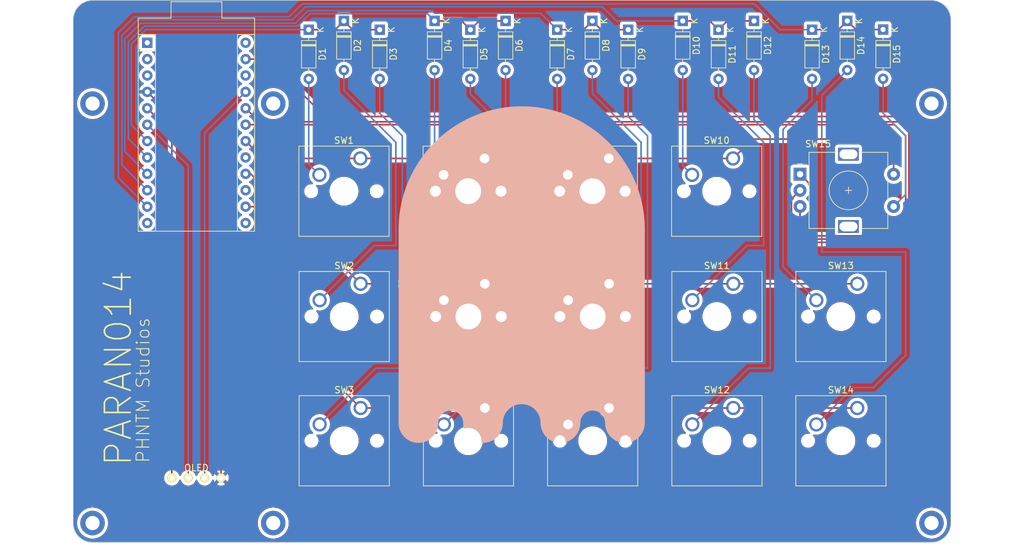
<source format=kicad_pcb>
(kicad_pcb (version 20221018) (generator pcbnew)
  (layers (0 "F.Cu" signal) (31 "B.Cu" signal) (34 "B.Paste" user) (35 "F.Paste" user) (36 "B.SilkS" user "B.Silkscreen") (37 "F.SilkS" user "F.Silkscreen") (38 "B.Mask" user) (39 "F.Mask" user) (44 "Edge.Cuts" user))
  (net 0 "")
  (net 1 "col1")
  (net 2 "Net-(D1-Pad2)")
  (net 3 "Net-(D2-Pad2)")
  (net 4 "Net-(D3-Pad2)")
  (net 5 "col2")
  (net 6 "Net-(D4-Pad2)")
  (net 7 "Net-(D5-Pad2)")
  (net 8 "Net-(D6-Pad2)")
  (net 9 "col3")
  (net 10 "Net-(D7-Pad2)")
  (net 11 "Net-(D8-Pad2)")
  (net 12 "Net-(D9-Pad2)")
  (net 13 "col4")
  (net 14 "Net-(D10-Pad2)")
  (net 15 "Net-(D11-Pad2)")
  (net 16 "Net-(D12-Pad2)")
  (net 17 "col5")
  (net 18 "Net-(D13-Pad2)")
  (net 19 "Net-(D14-Pad2)")
  (net 20 "row1")
  (net 21 "row2")
  (net 22 "Net-(SW15-PadA)")
  (net 23 "Net-(SW15-PadB)")
  (net 24 "Net-(SW15-PadC)")
  (net 30 "GND")
  (net 31 "SDA")
  (net 34 "SCL")
  (net 35 "5V")
  (net 36 "Net-(D15-Pad2)")
  (net 38 "row3")
  (footprint "Diode_THT:D_DO-35_SOD27_P7.62mm_Horizontal" (layer "F.Cu") (at 196.947885 83.19 -90)
    (fp_text reference "D14" (at 3.81 -2.12 90) (layer "F.SilkS"))
    (fp_text value "1N4148")
    (fp_text user "K" (at 0 -1.8 90) (layer "F.SilkS"))
    (pad "1" thru_hole rect (at 0 0 270) (size 1.6 1.6) (drill 0.8) (layers "*.Cu" "*.Mask") (net 17 "col5"))
    (pad "2" thru_hole oval (at 7.62 0 270) (size 1.6 1.6) (drill 0.8) (layers "*.Cu" "*.Mask") (net 19 "Net-(D14-Pad2)"))
  )
  (footprint "Button_Switch_Keyboard:SW_Cherry_MX_1.00u_PCB" (layer "F.Cu") (at 160.04 143.17)
    (fp_text reference "SW9" (at -2.54 -2.794) (layer "F.SilkS"))
    (fp_text value "SW_Push")
    (pad "" np_thru_hole circle (at -7.62 5.08) (size 1.7 1.7) (drill 1.7) (layers "*.Cu" "*.Mask"))
    (pad "" np_thru_hole circle (at -2.54 5.08) (size 4 4) (drill 4) (layers "*.Cu" "*.Mask"))
    (pad "" np_thru_hole circle (at 2.54 5.08) (size 1.7 1.7) (drill 1.7) (layers "*.Cu" "*.Mask"))
    (pad "1" thru_hole circle (at 0 0) (size 2.2 2.2) (drill 1.5) (layers "*.Cu" "*.Mask") (net 38 "row3"))
    (pad "2" thru_hole circle (at -6.35 2.54) (size 2.2 2.2) (drill 1.5) (layers "*.Cu" "*.Mask") (net 12 "Net-(D9-Pad2)"))
  )
  (footprint "Button_Switch_Keyboard:SW_Cherry_MX_1.00u_PCB" (layer "F.Cu") (at 140.79 123.92)
    (fp_text reference "SW5" (at -2.54 -2.794) (layer "F.SilkS"))
    (fp_text value "SW_Push")
    (pad "" np_thru_hole circle (at -7.62 5.08) (size 1.7 1.7) (drill 1.7) (layers "*.Cu" "*.Mask"))
    (pad "" np_thru_hole circle (at -2.54 5.08) (size 4 4) (drill 4) (layers "*.Cu" "*.Mask"))
    (pad "" np_thru_hole circle (at 2.54 5.08) (size 1.7 1.7) (drill 1.7) (layers "*.Cu" "*.Mask"))
    (pad "1" thru_hole circle (at 0 0) (size 2.2 2.2) (drill 1.5) (layers "*.Cu" "*.Mask") (net 21 "row2"))
    (pad "2" thru_hole circle (at -6.35 2.54) (size 2.2 2.2) (drill 1.5) (layers "*.Cu" "*.Mask") (net 7 "Net-(D5-Pad2)"))
  )
  (footprint "MountingHole:MountingHole_2.2mm_M2_DIN965_Pad" (layer "F.Cu") (at 80 161)
    (fp_text reference "REF**" hide)
    (fp_text value "MountingHole_2.2mm_M2_DIN965_Pad")
    (pad "1" thru_hole circle (at 0 0) (size 3.8 3.8) (drill 2.2) (layers "*.Cu" "*.Mask"))
  )
  (footprint "Diode_THT:D_DO-35_SOD27_P7.62mm_Horizontal" (layer "F.Cu") (at 118.952115 83.19 -90)
    (fp_text reference "D2" (at 3.81 -2.12 90) (layer "F.SilkS"))
    (fp_text value "1N4148")
    (fp_text user "K" (at 0 -1.8 90) (layer "F.SilkS"))
    (pad "1" thru_hole rect (at 0 0 270) (size 1.6 1.6) (drill 0.8) (layers "*.Cu" "*.Mask") (net 1 "col1"))
    (pad "2" thru_hole oval (at 7.62 0 270) (size 1.6 1.6) (drill 0.8) (layers "*.Cu" "*.Mask") (net 3 "Net-(D2-Pad2)"))
  )
  (footprint "Diode_THT:D_DO-35_SOD27_P7.62mm_Horizontal" (layer "F.Cu") (at 124.5 84.547949 -90)
    (fp_text reference "D3" (at 3.81 -2.12 90) (layer "F.SilkS"))
    (fp_text value "1N4148")
    (fp_text user "K" (at 0 -1.8 90) (layer "F.SilkS"))
    (pad "1" thru_hole rect (at 0 0 270) (size 1.6 1.6) (drill 0.8) (layers "*.Cu" "*.Mask") (net 1 "col1"))
    (pad "2" thru_hole oval (at 7.62 0 270) (size 1.6 1.6) (drill 0.8) (layers "*.Cu" "*.Mask") (net 4 "Net-(D3-Pad2)"))
  )
  (footprint "Diode_THT:D_DO-35_SOD27_P7.62mm_Horizontal" (layer "F.Cu") (at 144 83.19 -90)
    (fp_text reference "D6" (at 3.81 -2.12 90) (layer "F.SilkS"))
    (fp_text value "1N4148")
    (fp_text user "K" (at 0 -1.8 90) (layer "F.SilkS"))
    (pad "1" thru_hole rect (at 0 0 270) (size 1.6 1.6) (drill 0.8) (layers "*.Cu" "*.Mask") (net 5 "col2"))
    (pad "2" thru_hole oval (at 7.62 0 270) (size 1.6 1.6) (drill 0.8) (layers "*.Cu" "*.Mask") (net 8 "Net-(D6-Pad2)"))
  )
  (footprint "MountingHole:MountingHole_2.2mm_M2_DIN965_Pad" (layer "F.Cu") (at 108 96)
    (fp_text reference "REF**" hide)
    (fp_text value "MountingHole_2.2mm_M2_DIN965_Pad")
    (pad "1" thru_hole circle (at 0 0) (size 3.8 3.8) (drill 2.2) (layers "*.Cu" "*.Mask"))
  )
  (footprint "Button_Switch_Keyboard:SW_Cherry_MX_1.00u_PCB" (layer "F.Cu") (at 121.54 143.17)
    (fp_text reference "SW3" (at -2.54 -2.794) (layer "F.SilkS"))
    (fp_text value "SW_Push")
    (pad "" np_thru_hole circle (at -7.62 5.08) (size 1.7 1.7) (drill 1.7) (layers "*.Cu" "*.Mask"))
    (pad "" np_thru_hole circle (at -2.54 5.08) (size 4 4) (drill 4) (layers "*.Cu" "*.Mask"))
    (pad "" np_thru_hole circle (at 2.54 5.08) (size 1.7 1.7) (drill 1.7) (layers "*.Cu" "*.Mask"))
    (pad "1" thru_hole circle (at 0 0) (size 2.2 2.2) (drill 1.5) (layers "*.Cu" "*.Mask") (net 38 "row3"))
    (pad "2" thru_hole circle (at -6.35 2.54) (size 2.2 2.2) (drill 1.5) (layers "*.Cu" "*.Mask") (net 4 "Net-(D3-Pad2)"))
  )
  (footprint "Diode_THT:D_DO-35_SOD27_P7.62mm_Horizontal" (layer "F.Cu") (at 138.547885 84.547949 -90)
    (fp_text reference "D5" (at 3.81 -2.12 90) (layer "F.SilkS"))
    (fp_text value "1N4148")
    (fp_text user "K" (at 0 -1.8 90) (layer "F.SilkS"))
    (pad "1" thru_hole rect (at 0 0 270) (size 1.6 1.6) (drill 0.8) (layers "*.Cu" "*.Mask") (net 5 "col2"))
    (pad "2" thru_hole oval (at 7.62 0 270) (size 1.6 1.6) (drill 0.8) (layers "*.Cu" "*.Mask") (net 7 "Net-(D5-Pad2)"))
  )
  (footprint "Diode_THT:D_DO-35_SOD27_P7.62mm_Horizontal" (layer "F.Cu") (at 157.452115 83.19 -90)
    (fp_text reference "D8" (at 3.81 -2.12 90) (layer "F.SilkS"))
    (fp_text value "1N4148")
    (fp_text user "K" (at 0 -1.8 90) (layer "F.SilkS"))
    (pad "1" thru_hole rect (at 0 0 270) (size 1.6 1.6) (drill 0.8) (layers "*.Cu" "*.Mask") (net 9 "col3"))
    (pad "2" thru_hole oval (at 7.62 0 270) (size 1.6 1.6) (drill 0.8) (layers "*.Cu" "*.Mask") (net 11 "Net-(D8-Pad2)"))
  )
  (footprint "MountingHole:MountingHole_2.2mm_M2_DIN965_Pad" (layer "F.Cu") (at 80 96)
    (fp_text reference "REF**" hide)
    (fp_text value "MountingHole_2.2mm_M2_DIN965_Pad")
    (pad "1" thru_hole circle (at 0 0) (size 3.8 3.8) (drill 2.2) (layers "*.Cu" "*.Mask"))
  )
  (footprint "Diode_THT:D_DO-35_SOD27_P7.62mm_Horizontal" (layer "F.Cu") (at 202.5 84.527949 -90)
    (fp_text reference "D15" (at 3.81 -2.12 90) (layer "F.SilkS"))
    (fp_text value "1N4148")
    (fp_text user "K" (at 0 -1.8 90) (layer "F.SilkS"))
    (pad "1" thru_hole rect (at 0 0 270) (size 1.6 1.6) (drill 0.8) (layers "*.Cu" "*.Mask") (net 17 "col5"))
    (pad "2" thru_hole oval (at 7.62 0 270) (size 1.6 1.6) (drill 0.8) (layers "*.Cu" "*.Mask") (net 36 "Net-(D15-Pad2)"))
  )
  (footprint "Button_Switch_Keyboard:SW_Cherry_MX_1.00u_PCB" (layer "F.Cu") (at 121.5 104.5)
    (fp_text reference "SW1" (at -2.54 -2.794) (layer "F.SilkS"))
    (fp_text value "SW_Push")
    (pad "" np_thru_hole circle (at -7.62 5.08) (size 1.7 1.7) (drill 1.7) (layers "*.Cu" "*.Mask"))
    (pad "" np_thru_hole circle (at -2.54 5.08) (size 4 4) (drill 4) (layers "*.Cu" "*.Mask"))
    (pad "" np_thru_hole circle (at 2.54 5.08) (size 1.7 1.7) (drill 1.7) (layers "*.Cu" "*.Mask"))
    (pad "1" thru_hole circle (at 0 0) (size 2.2 2.2) (drill 1.5) (layers "*.Cu" "*.Mask") (net 20 "row1"))
    (pad "2" thru_hole circle (at -6.35 2.54) (size 2.2 2.2) (drill 1.5) (layers "*.Cu" "*.Mask") (net 2 "Net-(D1-Pad2)"))
  )
  (footprint "Button_Switch_Keyboard:SW_Cherry_MX_1.00u_PCB" (layer "F.Cu") (at 160 104.5)
    (fp_text reference "SW7" (at -2.54 -2.794) (layer "F.SilkS"))
    (fp_text value "SW_Push")
    (pad "" np_thru_hole circle (at -7.62 5.08) (size 1.7 1.7) (drill 1.7) (layers "*.Cu" "*.Mask"))
    (pad "" np_thru_hole circle (at -2.54 5.08) (size 4 4) (drill 4) (layers "*.Cu" "*.Mask"))
    (pad "" np_thru_hole circle (at 2.54 5.08) (size 1.7 1.7) (drill 1.7) (layers "*.Cu" "*.Mask"))
    (pad "1" thru_hole circle (at 0 0) (size 2.2 2.2) (drill 1.5) (layers "*.Cu" "*.Mask") (net 20 "row1"))
    (pad "2" thru_hole circle (at -6.35 2.54) (size 2.2 2.2) (drill 1.5) (layers "*.Cu" "*.Mask") (net 10 "Net-(D7-Pad2)"))
  )
  (footprint "Button_Switch_Keyboard:SW_Cherry_MX_1.00u_PCB" (layer "F.Cu") (at 198.5 123.92)
    (fp_text reference "SW13" (at -2.54 -2.794) (layer "F.SilkS"))
    (fp_text value "SW_Push")
    (pad "" np_thru_hole circle (at -7.62 5.08) (size 1.7 1.7) (drill 1.7) (layers "*.Cu" "*.Mask"))
    (pad "" np_thru_hole circle (at -2.54 5.08) (size 4 4) (drill 4) (layers "*.Cu" "*.Mask"))
    (pad "" np_thru_hole circle (at 2.54 5.08) (size 1.7 1.7) (drill 1.7) (layers "*.Cu" "*.Mask"))
    (pad "1" thru_hole circle (at 0 0) (size 2.2 2.2) (drill 1.5) (layers "*.Cu" "*.Mask") (net 21 "row2"))
    (pad "2" thru_hole circle (at -6.35 2.54) (size 2.2 2.2) (drill 1.5) (layers "*.Cu" "*.Mask") (net 18 "Net-(D13-Pad2)"))
  )
  (footprint "Diode_THT:D_DO-35_SOD27_P7.62mm_Horizontal" (layer "F.Cu") (at 191.49577 84.547949 -90)
    (fp_text reference "D13" (at 3.81 -2.12 90) (layer "F.SilkS"))
    (fp_text value "1N4148")
    (fp_text user "K" (at 0 -1.8 90) (layer "F.SilkS"))
    (pad "1" thru_hole rect (at 0 0 270) (size 1.6 1.6) (drill 0.8) (layers "*.Cu" "*.Mask") (net 17 "col5"))
    (pad "2" thru_hole oval (at 7.62 0 270) (size 1.6 1.6) (drill 0.8) (layers "*.Cu" "*.Mask") (net 18 "Net-(D13-Pad2)"))
  )
  (footprint "Button_Switch_Keyboard:SW_Cherry_MX_1.00u_PCB" (layer "F.Cu") (at 140.75 104.5)
    (fp_text reference "SW4" (at -2.54 -2.794) (layer "F.SilkS"))
    (fp_text value "SW_Push")
    (pad "" np_thru_hole circle (at -7.62 5.08) (size 1.7 1.7) (drill 1.7) (layers "*.Cu" "*.Mask"))
    (pad "" np_thru_hole circle (at -2.54 5.08) (size 4 4) (drill 4) (layers "*.Cu" "*.Mask"))
    (pad "" np_thru_hole circle (at 2.54 5.08) (size 1.7 1.7) (drill 1.7) (layers "*.Cu" "*.Mask"))
    (pad "1" thru_hole circle (at 0 0) (size 2.2 2.2) (drill 1.5) (layers "*.Cu" "*.Mask") (net 20 "row1"))
    (pad "2" thru_hole circle (at -6.35 2.54) (size 2.2 2.2) (drill 1.5) (layers "*.Cu" "*.Mask") (net 6 "Net-(D4-Pad2)"))
  )
  (footprint "Diode_THT:D_DO-35_SOD27_P7.62mm_Horizontal" (layer "F.Cu") (at 177 84.547949 -90)
    (fp_text reference "D11" (at 3.81 -2.12 90) (layer "F.SilkS"))
    (fp_text value "1N4148")
    (fp_text user "K" (at 0 -1.8 90) (layer "F.SilkS"))
    (pad "1" thru_hole rect (at 0 0 270) (size 1.6 1.6) (drill 0.8) (layers "*.Cu" "*.Mask") (net 13 "col4"))
    (pad "2" thru_hole oval (at 7.62 0 270) (size 1.6 1.6) (drill 0.8) (layers "*.Cu" "*.Mask") (net 15 "Net-(D11-Pad2)"))
  )
  (footprint "Diode_THT:D_DO-35_SOD27_P7.62mm_Horizontal" (layer "F.Cu") (at 171.452115 83.19 -90)
    (fp_text reference "D10" (at 3.81 -2.12 90) (layer "F.SilkS"))
    (fp_text value "1N4148")
    (fp_text user "K" (at 0 -1.8 90) (layer "F.SilkS"))
    (pad "1" thru_hole rect (at 0 0 270) (size 1.6 1.6) (drill 0.8) (layers "*.Cu" "*.Mask") (net 13 "col4"))
    (pad "2" thru_hole oval (at 7.62 0 270) (size 1.6 1.6) (drill 0.8) (layers "*.Cu" "*.Mask") (net 14 "Net-(D10-Pad2)"))
  )
  (footprint "Diode_THT:D_DO-35_SOD27_P7.62mm_Horizontal" (layer "F.Cu") (at 152 84.547949 -90)
    (fp_text reference "D7" (at 3.81 -2.12 90) (layer "F.SilkS"))
    (fp_text value "1N4148")
    (fp_text user "K" (at 0 -1.8 90) (layer "F.SilkS"))
    (pad "1" thru_hole rect (at 0 0 270) (size 1.6 1.6) (drill 0.8) (layers "*.Cu" "*.Mask") (net 9 "col3"))
    (pad "2" thru_hole oval (at 7.62 0 270) (size 1.6 1.6) (drill 0.8) (layers "*.Cu" "*.Mask") (net 10 "Net-(D7-Pad2)"))
  )
  (footprint "Diode_THT:D_DO-35_SOD27_P7.62mm_Horizontal" (layer "F.Cu") (at 113.5 84.547949 -90)
    (fp_text reference "D1" (at 3.81 -2.12 90) (layer "F.SilkS"))
    (fp_text value "1N4148")
    (fp_text user "K" (at 0 -1.8 90) (layer "F.SilkS"))
    (pad "1" thru_hole rect (at 0 0 270) (size 1.6 1.6) (drill 0.8) (layers "*.Cu" "*.Mask") (net 1 "col1"))
    (pad "2" thru_hole oval (at 7.62 0 270) (size 1.6 1.6) (drill 0.8) (layers "*.Cu" "*.Mask") (net 2 "Net-(D1-Pad2)"))
  )
  (footprint "MountingHole:MountingHole_2.2mm_M2_DIN965_Pad" (layer "F.Cu") (at 108 161)
    (fp_text reference "REF**" hide)
    (fp_text value "MountingHole_2.2mm_M2_DIN965_Pad")
    (pad "1" thru_hole circle (at 0 0) (size 3.8 3.8) (drill 2.2) (layers "*.Cu" "*.Mask"))
  )
  (footprint "Diode_THT:D_DO-35_SOD27_P7.62mm_Horizontal" (layer "F.Cu") (at 133 83.19 -90)
    (fp_text reference "D4" (at 3.81 -2.12 90) (layer "F.SilkS"))
    (fp_text value "1N4148")
    (fp_text user "K" (at 0 -1.8 90) (layer "F.SilkS"))
    (pad "1" thru_hole rect (at 0 0 270) (size 1.6 1.6) (drill 0.8) (layers "*.Cu" "*.Mask") (net 5 "col2"))
    (pad "2" thru_hole oval (at 7.62 0 270) (size 1.6 1.6) (drill 0.8) (layers "*.Cu" "*.Mask") (net 6 "Net-(D4-Pad2)"))
  )
  (footprint "Diode_THT:D_DO-35_SOD27_P7.62mm_Horizontal" (layer "F.Cu") (at 182.5 83.19 -90)
    (fp_text reference "D12" (at 3.81 -2.12 90) (layer "F.SilkS"))
    (fp_text value "1N4148")
    (fp_text user "K" (at 0 -1.8 90) (layer "F.SilkS"))
    (pad "1" thru_hole rect (at 0 0 270) (size 1.6 1.6) (drill 0.8) (layers "*.Cu" "*.Mask") (net 13 "col4"))
    (pad "2" thru_hole oval (at 7.62 0 270) (size 1.6 1.6) (drill 0.8) (layers "*.Cu" "*.Mask") (net 16 "Net-(D12-Pad2)"))
  )
  (footprint "Button_Switch_Keyboard:SW_Cherry_MX_1.00u_PCB" (layer "F.Cu") (at 179.29 123.92)
    (fp_text reference "SW11" (at -2.54 -2.794) (layer "F.SilkS"))
    (fp_text value "SW_Push")
    (pad "" np_thru_hole circle (at -7.62 5.08) (size 1.7 1.7) (drill 1.7) (layers "*.Cu" "*.Mask"))
    (pad "" np_thru_hole circle (at -2.54 5.08) (size 4 4) (drill 4) (layers "*.Cu" "*.Mask"))
    (pad "" np_thru_hole circle (at 2.54 5.08) (size 1.7 1.7) (drill 1.7) (layers "*.Cu" "*.Mask"))
    (pad "1" thru_hole circle (at 0 0) (size 2.2 2.2) (drill 1.5) (layers "*.Cu" "*.Mask") (net 21 "row2"))
    (pad "2" thru_hole circle (at -6.35 2.54) (size 2.2 2.2) (drill 1.5) (layers "*.Cu" "*.Mask") (net 15 "Net-(D11-Pad2)"))
  )
  (footprint "Button_Switch_Keyboard:SW_Cherry_MX_1.00u_PCB" (layer "F.Cu") (at 179.25 104.5)
    (fp_text reference "SW10" (at -2.54 -2.794) (layer "F.SilkS"))
    (fp_text value "SW_Push")
    (pad "" np_thru_hole circle (at -7.62 5.08) (size 1.7 1.7) (drill 1.7) (layers "*.Cu" "*.Mask"))
    (pad "" np_thru_hole circle (at -2.54 5.08) (size 4 4) (drill 4) (layers "*.Cu" "*.Mask"))
    (pad "" np_thru_hole circle (at 2.54 5.08) (size 1.7 1.7) (drill 1.7) (layers "*.Cu" "*.Mask"))
    (pad "1" thru_hole circle (at 0 0) (size 2.2 2.2) (drill 1.5) (layers "*.Cu" "*.Mask") (net 20 "row1"))
    (pad "2" thru_hole circle (at -6.35 2.54) (size 2.2 2.2) (drill 1.5) (layers "*.Cu" "*.Mask") (net 14 "Net-(D10-Pad2)"))
  )
  (footprint "Button_Switch_Keyboard:SW_Cherry_MX_1.00u_PCB" (layer "F.Cu") (at 198.5 143.175)
    (fp_text reference "SW14" (at -2.54 -2.794) (layer "F.SilkS"))
    (fp_text value "SW_Push")
    (pad "" np_thru_hole circle (at -7.62 5.08) (size 1.7 1.7) (drill 1.7) (layers "*.Cu" "*.Mask"))
    (pad "" np_thru_hole circle (at -2.54 5.08) (size 4 4) (drill 4) (layers "*.Cu" "*.Mask"))
    (pad "" np_thru_hole circle (at 2.54 5.08) (size 1.7 1.7) (drill 1.7) (layers "*.Cu" "*.Mask"))
    (pad "1" thru_hole circle (at 0 0) (size 2.2 2.2) (drill 1.5) (layers "*.Cu" "*.Mask") (net 38 "row3"))
    (pad "2" thru_hole circle (at -6.35 2.54) (size 2.2 2.2) (drill 1.5) (layers "*.Cu" "*.Mask") (net 19 "Net-(D14-Pad2)"))
  )
  (footprint "Rotary_Encoder:RotaryEncoder_Alps_EC11E-Switch_Vertical_H20mm" (layer "F.Cu") (at 189.63 106.95)
    (fp_text reference "SW15" (at 2.8 -4.7) (layer "F.SilkS"))
    (fp_text value "RotaryEncoder_Switch")
    (pad "A" thru_hole rect (at 0 0) (size 2 2) (drill 1) (layers "*.Cu" "*.Mask") (net 22 "Net-(SW15-PadA)"))
    (pad "B" thru_hole circle (at 0 5) (size 2 2) (drill 1) (layers "*.Cu" "*.Mask") (net 23 "Net-(SW15-PadB)"))
    (pad "C" thru_hole circle (at 0 2.5) (size 2 2) (drill 1) (layers "*.Cu" "*.Mask") (net 24 "Net-(SW15-PadC)"))
    (pad "MP" thru_hole rect (at 7.5 -3.1) (size 3.2 2) (drill oval 2.8 1.5) (layers "*.Cu" "*.Mask"))
    (pad "MP" thru_hole rect (at 7.5 8.1) (size 3.2 2) (drill oval 2.8 1.5) (layers "*.Cu" "*.Mask"))
    (pad "S1" thru_hole circle (at 14.5 5) (size 2 2) (drill 1) (layers "*.Cu" "*.Mask") (net 36 "Net-(D15-Pad2)"))
    (pad "S2" thru_hole circle (at 14.5 0) (size 2 2) (drill 1) (layers "*.Cu" "*.Mask") (net 20 "row1"))
  )
  (footprint "Button_Switch_Keyboard:SW_Cherry_MX_1.00u_PCB" (layer "F.Cu") (at 179.29 143.17)
    (fp_text reference "SW12" (at -2.54 -2.794) (layer "F.SilkS"))
    (fp_text value "SW_Push")
    (pad "" np_thru_hole circle (at -7.62 5.08) (size 1.7 1.7) (drill 1.7) (layers "*.Cu" "*.Mask"))
    (pad "" np_thru_hole circle (at -2.54 5.08) (size 4 4) (drill 4) (layers "*.Cu" "*.Mask"))
    (pad "" np_thru_hole circle (at 2.54 5.08) (size 1.7 1.7) (drill 1.7) (layers "*.Cu" "*.Mask"))
    (pad "1" thru_hole circle (at 0 0) (size 2.2 2.2) (drill 1.5) (layers "*.Cu" "*.Mask") (net 38 "row3"))
    (pad "2" thru_hole circle (at -6.35 2.54) (size 2.2 2.2) (drill 1.5) (layers "*.Cu" "*.Mask") (net 16 "Net-(D12-Pad2)"))
  )
  (footprint "Diode_THT:D_DO-35_SOD27_P7.62mm_Horizontal" (layer "F.Cu") (at 163 84.547949 -90)
    (fp_text reference "D9" (at 3.81 -2.12 90) (layer "F.SilkS"))
    (fp_text value "1N4148")
    (fp_text user "K" (at 0 -1.8 90) (layer "F.SilkS"))
    (pad "1" thru_hole rect (at 0 0 270) (size 1.6 1.6) (drill 0.8) (layers "*.Cu" "*.Mask") (net 9 "col3"))
    (pad "2" thru_hole oval (at 7.62 0 270) (size 1.6 1.6) (drill 0.8) (layers "*.Cu" "*.Mask") (net 12 "Net-(D9-Pad2)"))
  )
  (footprint "arduino:Sparkfun_Pro_Micro" (layer "F.Cu") (at 103.72 114.51 180)
    (fp_text reference "U1" hide)
    (fp_text value "Sparkfun_Pro_Micro")
    (pad "1" thru_hole rect (at 15.24 27.94 180) (size 1.6 1.6) (drill 0.8) (layers "*.Cu" "*.Mask"))
    (pad "2" thru_hole oval (at 15.24 25.4 180) (size 1.6 1.6) (drill 0.8) (layers "*.Cu" "*.Mask"))
    (pad "3" thru_hole oval (at 15.24 22.86 180) (size 1.6 1.6) (drill 0.8) (layers "*.Cu" "*.Mask"))
    (pad "4" thru_hole oval (at 15.24 20.32 180) (size 1.6 1.6) (drill 0.8) (layers "*.Cu" "*.Mask") (net 30 "GND"))
    (pad "5" thru_hole oval (at 15.24 17.78 180) (size 1.6 1.6) (drill 0.8) (layers "*.Cu" "*.Mask") (net 31 "SDA"))
    (pad "6" thru_hole oval (at 15.24 15.24 180) (size 1.6 1.6) (drill 0.8) (layers "*.Cu" "*.Mask") (net 34 "SCL"))
    (pad "7" thru_hole oval (at 15.24 12.7 180) (size 1.6 1.6) (drill 0.8) (layers "*.Cu" "*.Mask") (net 1 "col1"))
    (pad "8" thru_hole oval (at 15.24 10.16 180) (size 1.6 1.6) (drill 0.8) (layers "*.Cu" "*.Mask") (net 5 "col2"))
    (pad "9" thru_hole oval (at 15.24 7.62 180) (size 1.6 1.6) (drill 0.8) (layers "*.Cu" "*.Mask") (net 9 "col3"))
    (pad "10" thru_hole oval (at 15.24 5.08 180) (size 1.6 1.6) (drill 0.8) (layers "*.Cu" "*.Mask") (net 13 "col4"))
    (pad "11" thru_hole oval (at 15.24 2.54 180) (size 1.6 1.6) (drill 0.8) (layers "*.Cu" "*.Mask") (net 17 "col5"))
    (pad "12" thru_hole oval (at 15.24 0 180) (size 1.6 1.6) (drill 0.8) (layers "*.Cu" "*.Mask"))
    (pad "13" thru_hole oval (at 0 0 180) (size 1.6 1.6) (drill 0.8) (layers "*.Cu" "*.Mask"))
    (pad "14" thru_hole oval (at 0 2.54 180) (size 1.6 1.6) (drill 0.8) (layers "*.Cu" "*.Mask") (net 38 "row3"))
    (pad "15" thru_hole oval (at 0 5.08 180) (size 1.6 1.6) (drill 0.8) (layers "*.Cu" "*.Mask"))
    (pad "16" thru_hole oval (at 0 7.62 180) (size 1.6 1.6) (drill 0.8) (layers "*.Cu" "*.Mask") (net 21 "row2"))
    (pad "17" thru_hole oval (at 0 10.16 180) (size 1.6 1.6) (drill 0.8) (layers "*.Cu" "*.Mask"))
    (pad "18" thru_hole oval (at 0 12.7 180) (size 1.6 1.6) (drill 0.8) (layers "*.Cu" "*.Mask") (net 20 "row1"))
    (pad "19" thru_hole oval (at 0 15.24 180) (size 1.6 1.6) (drill 0.8) (layers "*.Cu" "*.Mask") (net 22 "Net-(SW15-PadA)"))
    (pad "20" thru_hole oval (at 0 17.78 180) (size 1.6 1.6) (drill 0.8) (layers "*.Cu" "*.Mask") (net 23 "Net-(SW15-PadB)"))
    (pad "21" thru_hole oval (at 0 20.32 180) (size 1.6 1.6) (drill 0.8) (layers "*.Cu" "*.Mask") (net 35 "5V"))
    (pad "22" thru_hole oval (at 0 22.86 180) (size 1.6 1.6) (drill 0.8) (layers "*.Cu" "*.Mask"))
    (pad "23" thru_hole oval (at 0 25.4 180) (size 1.6 1.6) (drill 0.8) (layers "*.Cu" "*.Mask") (net 24 "Net-(SW15-PadC)"))
    (pad "24" thru_hole oval (at 0 27.94 180) (size 1.6 1.6) (drill 0.8) (layers "*.Cu" "*.Mask"))
  )
  (footprint "SSD1306-128x32 working:OLED_v2" (layer "F.Cu") (at 96.1 154)
    (fp_text reference "OL1")
    (fp_text value "OLED" hide)
    (fp_text user "OLED" (at 0 -1.55) (layer "F.SilkS"))
    (pad "1" thru_hole circle (at -3.81 0) (size 1.397 1.397) (drill 0.8128) (layers "*.Cu" "F.SilkS" "B.Mask") (net 31 "SDA"))
    (pad "2" thru_hole circle (at -1.27 0) (size 1.397 1.397) (drill 0.8128) (layers "*.Cu" "F.SilkS" "B.Mask") (net 34 "SCL"))
    (pad "3" thru_hole circle (at 1.27 0) (size 1.397 1.397) (drill 0.8128) (layers "*.Cu" "F.SilkS" "B.Mask") (net 35 "5V"))
    (pad "4" thru_hole circle (at 3.81 0) (size 1.397 1.397) (drill 0.8128) (layers "*.Cu" "F.SilkS" "B.Mask") (net 30 "GND"))
  )
  (footprint "Button_Switch_Keyboard:SW_Cherry_MX_1.00u_PCB" (layer "F.Cu") (at 140.79 143.17)
    (fp_text reference "SW6" (at -2.54 -2.794) (layer "F.SilkS"))
    (fp_text value "SW_Push")
    (pad "" np_thru_hole circle (at -7.62 5.08) (size 1.7 1.7) (drill 1.7) (layers "*.Cu" "*.Mask"))
    (pad "" np_thru_hole circle (at -2.54 5.08) (size 4 4) (drill 4) (layers "*.Cu" "*.Mask"))
    (pad "" np_thru_hole circle (at 2.54 5.08) (size 1.7 1.7) (drill 1.7) (layers "*.Cu" "*.Mask"))
    (pad "1" thru_hole circle (at 0 0) (size 2.2 2.2) (drill 1.5) (layers "*.Cu" "*.Mask") (net 38 "row3"))
    (pad "2" thru_hole circle (at -6.35 2.54) (size 2.2 2.2) (drill 1.5) (layers "*.Cu" "*.Mask") (net 8 "Net-(D6-Pad2)"))
  )
  (footprint "MountingHole:MountingHole_2.2mm_M2_DIN965_Pad" (layer "F.Cu") (at 210 161)
    (fp_text reference "REF**" hide)
    (fp_text value "MountingHole_2.2mm_M2_DIN965_Pad")
    (pad "1" thru_hole circle (at 0 0) (size 3.8 3.8) (drill 2.2) (layers "*.Cu" "*.Mask"))
  )
  (footprint "Button_Switch_Keyboard:SW_Cherry_MX_1.00u_PCB" (layer "F.Cu") (at 121.54 123.92)
    (fp_text reference "SW2" (at -2.54 -2.794) (layer "F.SilkS"))
    (fp_text value "SW_Push")
    (pad "" np_thru_hole circle (at -7.62 5.08) (size 1.7 1.7) (drill 1.7) (layers "*.Cu" "*.Mask"))
    (pad "" np_thru_hole circle (at -2.54 5.08) (size 4 4) (drill 4) (layers "*.Cu" "*.Mask"))
    (pad "" np_thru_hole circle (at 2.54 5.08) (size 1.7 1.7) (drill 1.7) (layers "*.Cu" "*.Mask"))
    (pad "1" thru_hole circle (at 0 0) (size 2.2 2.2) (drill 1.5) (layers "*.Cu" "*.Mask") (net 21 "row2"))
    (pad "2" thru_hole circle (at -6.35 2.54) (size 2.2 2.2) (drill 1.5) (layers "*.Cu" "*.Mask") (net 3 "Net-(D2-Pad2)"))
  )
  (footprint "MountingHole:MountingHole_2.2mm_M2_DIN965_Pad" (layer "F.Cu") (at 210 96)
    (fp_text reference "REF**" hide)
    (fp_text value "MountingHole_2.2mm_M2_DIN965_Pad")
    (pad "1" thru_hole circle (at 0 0) (size 3.8 3.8) (drill 2.2) (layers "*.Cu" "*.Mask"))
  )
  (footprint "Button_Switch_Keyboard:SW_Cherry_MX_1.00u_PCB" (layer "F.Cu") (at 160.04 123.92)
    (fp_text reference "SW8" (at -2.54 -2.794) (layer "F.SilkS"))
    (fp_text value "SW_Push")
    (pad "" np_thru_hole circle (at -7.62 5.08) (size 1.7 1.7) (drill 1.7) (layers "*.Cu" "*.Mask"))
    (pad "" np_thru_hole circle (at -2.54 5.08) (size 4 4) (drill 4) (layers "*.Cu" "*.Mask"))
    (pad "" np_thru_hole circle (at 2.54 5.08) (size 1.7 1.7) (drill 1.7) (layers "*.Cu" "*.Mask"))
    (pad "1" thru_hole circle (at 0 0) (size 2.2 2.2) (drill 1.5) (layers "*.Cu" "*.Mask") (net 21 "row2"))
    (pad "2" thru_hole circle (at -6.35 2.54) (size 2.2 2.2) (drill 1.5) (layers "*.Cu" "*.Mask") (net 11 "Net-(D8-Pad2)"))
  )
  (gr_arc (start 127.5 115.5) (mid 146.5 96.5) (end 165.5 115.5) (stroke (width 0.15)) (layer "B.SilkS"))
  (gr_circle (center 138.5 115.5) (end 141.5 115.5) (stroke (width 0.15)) (fill none) (layer "B.SilkS"))
  (gr_arc (start 133.5 145.5) (mid 135.5 143.5) (end 137.5 145.5) (stroke (width 0.15)) (layer "B.SilkS"))
  (gr_arc (start 155.5 145.5) (mid 157.5 143.5) (end 159.5 145.5) (stroke (width 0.15)) (layer "B.SilkS"))
  (gr_arc (start 133.5 145.5) (mid 130.5 148.5) (end 127.5 145.5) (stroke (width 0.15)) (layer "B.SilkS"))
  (gr_arc (start 143.5 145.5) (mid 140.5 148.5) (end 137.5 145.5) (stroke (width 0.15)) (layer "B.SilkS"))
  (gr_arc (start 165.5 145.5) (mid 162.5 148.5) (end 159.5 145.5) (stroke (width 0.15)) (layer "B.SilkS"))
  (gr_arc (start 143.5 145.5) (mid 146.5 142.5) (end 149.5 145.5) (stroke (width 0.15)) (layer "B.SilkS"))
  (gr_line (start 127.5 115.5) (end 127.5 145.5) (stroke (width 0.15)) (layer "B.SilkS"))
  (gr_circle (center 154.5 115.5) (end 157.5 115.5) (stroke (width 0.15)) (fill none) (layer "B.SilkS"))
  (gr_line (start 165.5 115.5) (end 165.5 145.5) (stroke (width 0.15)) (layer "B.SilkS"))
  (gr_arc (start 155.5 145.5) (mid 152.5 148.5) (end 149.5 145.5) (stroke (width 0.15)) (layer "B.SilkS"))
  (gr_line (start 80 164) (end 210 164) (stroke (width 0.1)) (layer "Edge.Cuts"))
  (gr_arc (start 77 83) (mid 77.87868 80.87868) (end 80 80) (stroke (width 0.1)) (layer "Edge.Cuts"))
  (gr_arc (start 210 80) (mid 212.12132 80.87868) (end 213 83) (stroke (width 0.1)) (layer "Edge.Cuts"))
  (gr_line (start 80 80) (end 210 80) (stroke (width 0.1)) (layer "Edge.Cuts"))
  (gr_arc (start 213 161) (mid 212.12132 163.12132) (end 210 164) (stroke (width 0.1)) (layer "Edge.Cuts"))
  (gr_line (start 213 161) (end 213 83) (stroke (width 0.1)) (layer "Edge.Cuts"))
  (gr_arc (start 80 164) (mid 77.87868 163.12132) (end 77 161) (stroke (width 0.1)) (layer "Edge.Cuts"))
  (gr_line (start 77 83) (end 77 161) (stroke (width 0.1)) (layer "Edge.Cuts"))
  (gr_text "PARAN014" (at 84 137 90) (layer "F.SilkS") (effects (font (size 4 4) (thickness 0.25))))
  (gr_text "PHNTM Studios" (at 89 151.8 90) (layer "F.SilkS") (effects (font (size 2 2)) (justify left bottom)))
  (segment (start 113.5 84.547949) (end 117.594166 84.547949) (width 0.25) (layer "F.Cu") (net 1))
  (segment (start 124.5 84.547949) (end 120.310064 84.547949) (width 0.25) (layer "F.Cu") (net 1))
  (segment (start 117.594166 84.547949) (end 118.952115 83.19) (width 0.25) (layer "F.Cu") (net 1))
  (segment (start 120.310064 84.547949) (end 118.952115 83.19) (width 0.25) (layer "F.Cu") (net 1))
  (segment (start 113.5 84.547949) (end 88.253029 84.547949) (width 0.25) (layer "B.Cu") (net 1))
  (segment (start 86 99.33) (end 86 94) (width 0.25) (layer "B.Cu") (net 1))
  (segment (start 88.253029 84.547949) (end 86 86.800978) (width 0.25) (layer "B.Cu") (net 1))
  (segment (start 86 86.800978) (end 86 94.25) (width 0.25) (layer "B.Cu") (net 1))
  (segment (start 88.48 101.81) (end 86 99.33) (width 0.25) (layer "B.Cu") (net 1))
  (segment (start 113.5 105.39) (end 115.15 107.04) (width 0.25) (layer "B.Cu") (net 2))
  (segment (start 113.5 92.167949) (end 113.5 105.39) (width 0.25) (layer "B.Cu") (net 2))
  (segment (start 127 118) (end 123.65 118) (width 0.25) (layer "B.Cu") (net 3))
  (segment (start 123.65 118) (end 115.19 126.46) (width 0.25) (layer "B.Cu") (net 3))
  (segment (start 118.952115 90.81) (end 118.952115 93.952115) (width 0.25) (layer "B.Cu") (net 3))
  (segment (start 118.952115 93.952115) (end 127 102) (width 0.25) (layer "B.Cu") (net 3))
  (segment (start 127 102) (end 127 118) (width 0.25) (layer "B.Cu") (net 3))
  (segment (start 128 101) (end 128 137) (width 0.25) (layer "B.Cu") (net 4))
  (segment (start 124.5 92.167949) (end 124.5 97.5) (width 0.25) (layer "B.Cu") (net 4))
  (segment (start 124.5 97.5) (end 128 101) (width 0.25) (layer "B.Cu") (net 4))
  (segment (start 128 137) (end 123.9 137) (width 0.25) (layer "B.Cu") (net 4))
  (segment (start 123.9 137) (end 115.19 145.71) (width 0.25) (layer "B.Cu") (net 4))
  (segment (start 139.905834 83.19) (end 138.547885 84.547949) (width 0.25) (layer "F.Cu") (net 5))
  (segment (start 137.189936 83.19) (end 138.547885 84.547949) (width 0.25) (layer "F.Cu") (net 5))
  (segment (start 133 83.19) (end 137.189936 83.19) (width 0.25) (layer "F.Cu") (net 5))
  (segment (start 144 83.19) (end 139.905834 83.19) (width 0.25) (layer "F.Cu") (net 5))
  (segment (start 85.55048 86.44952) (end 85.55048 101.42048) (width 0.25) (layer "B.Cu") (net 5))
  (segment (start 113.733438 82.065489) (end 111.798927 84) (width 0.25) (layer "B.Cu") (net 5))
  (segment (start 131.875489 82.065489) (end 113.733438 82.065489) (width 0.25) (layer "B.Cu") (net 5))
  (segment (start 111.798927 84) (end 88 84) (width 0.25) (layer "B.Cu") (net 5))
  (segment (start 133 83.19) (end 131.875489 82.065489) (width 0.25) (layer "B.Cu") (net 5))
  (segment (start 85.55048 101.42048) (end 88.48 104.35) (width 0.25) (layer "B.Cu") (net 5))
  (segment (start 88 84) (end 85.55048 86.44952) (width 0.25) (layer "B.Cu") (net 5))
  (segment (start 133 90.81) (end 133 105.64) (width 0.25) (layer "B.Cu") (net 6))
  (segment (start 133 105.64) (end 134.4 107.04) (width 0.25) (layer "B.Cu") (net 6))
  (segment (start 146 102) (end 146 118) (width 0.25) (layer "B.Cu") (net 7))
  (segment (start 138.547885 94.547885) (end 146 102) (width 0.25) (layer "B.Cu") (net 7))
  (segment (start 138.547885 92.167949) (end 138.547885 94.547885) (width 0.25) (layer "B.Cu") (net 7))
  (segment (start 146 118) (end 142.9 118) (width 0.25) (layer "B.Cu") (net 7))
  (segment (start 142.9 118) (end 134.44 126.46) (width 0.25) (layer "B.Cu") (net 7))
  (segment (start 144 98) (end 147 101) (width 0.25) (layer "B.Cu") (net 8))
  (segment (start 144 90.81) (end 144 98) (width 0.25) (layer "B.Cu") (net 8))
  (segment (start 143.15 137) (end 134.44 145.71) (width 0.25) (layer "B.Cu") (net 8))
  (segment (start 147 101) (end 147 137) (width 0.25) (layer "B.Cu") (net 8))
  (segment (start 147 137) (end 143.15 137) (width 0.25) (layer "B.Cu") (net 8))
  (segment (start 158.810064 84.547949) (end 157.452115 83.19) (width 0.25) (layer "F.Cu") (net 9))
  (segment (start 163 84.547949) (end 158.810064 84.547949) (width 0.25) (layer "F.Cu") (net 9))
  (segment (start 152 84.547949) (end 156.094166 84.547949) (width 0.25) (layer "F.Cu") (net 9))
  (segment (start 156.094166 84.547949) (end 157.452115 83.19) (width 0.25) (layer "F.Cu") (net 9))
  (segment (start 111.44952 83.55048) (end 87.44952 83.55048) (width 0.25) (layer "B.Cu") (net 9))
  (segment (start 149.452051 82) (end 133 82) (width 0.25) (layer "B.Cu") (net 9))
  (segment (start 132.615969 81.615969) (end 113.384031 81.615969) (width 0.25) (layer "B.Cu") (net 9))
  (segment (start 87.44952 83.55048) (end 85 86) (width 0.25) (layer "B.Cu") (net 9))
  (segment (start 113.384031 81.615969) (end 111.44952 83.55048) (width 0.25) (layer "B.Cu") (net 9))
  (segment (start 152 84.547949) (end 149.452051 82) (width 0.25) (layer "B.Cu") (net 9))
  (segment (start 85 86) (end 85 103.41) (width 0.25) (layer "B.Cu") (net 9))
  (segment (start 85 103.41) (end 88.48 106.89) (width 0.25) (layer "B.Cu") (net 9))
  (segment (start 133 82) (end 132.615969 81.615969) (width 0.25) (layer "B.Cu") (net 9))
  (segment (start 152 92.167949) (end 152 105.39) (width 0.25) (layer "B.Cu") (net 10))
  (segment (start 152 105.39) (end 153.65 107.04) (width 0.25) (layer "B.Cu") (net 10))
  (segment (start 157.452115 94.452115) (end 165 102) (width 0.25) (layer "B.Cu") (net 11))
  (segment (start 157.452115 90.81) (end 157.452115 94.452115) (width 0.25) (layer "B.Cu") (net 11))
  (segment (start 165 102) (end 165 118) (width 0.25) (layer "B.Cu") (net 11))
  (segment (start 162.15 118) (end 153.69 126.46) (width 0.25) (layer "B.Cu") (net 11))
  (segment (start 165 118) (end 162.15 118) (width 0.25) (layer "B.Cu") (net 11))
  (segment (start 162.4 137) (end 153.69 145.71) (width 0.25) (layer "B.Cu") (net 12))
  (segment (start 163 98) (end 166 101) (width 0.25) (layer "B.Cu") (net 12))
  (segment (start 166 137) (end 162.4 137) (width 0.25) (layer "B.Cu") (net 12))
  (segment (start 163 92.167949) (end 163 98) (width 0.25) (layer "B.Cu") (net 12))
  (segment (start 166 101) (end 166 137) (width 0.25) (layer "B.Cu") (net 12))
  (segment (start 178.357949 83.19) (end 177 84.547949) (width 0.25) (layer "F.Cu") (net 13))
  (segment (start 171.452115 83.19) (end 175.642051 83.19) (width 0.25) (layer "F.Cu") (net 13))
  (segment (start 175.642051 83.19) (end 177 84.547949) (width 0.25) (layer "F.Cu") (net 13))
  (segment (start 182.5 83.19) (end 178.357949 83.19) (width 0.25) (layer "F.Cu") (net 13))
  (segment (start 84.55048 85.44952) (end 84.55048 105.50048) (width 0.25) (layer "B.Cu") (net 13))
  (segment (start 84.55048 105.50048) (end 88.48 109.43) (width 0.25) (layer "B.Cu") (net 13))
  (segment (start 87 83) (end 84.55048 85.44952) (width 0.25) (layer "B.Cu") (net 13))
  (segment (start 111 83) (end 87 83) (width 0.25) (layer "B.Cu") (net 13))
  (segment (start 113 81) (end 111 83) (width 0.25) (layer "B.Cu") (net 13))
  (segment (start 171.452115 83.19) (end 161.19 83.19) (width 0.25) (layer "B.Cu") (net 13))
  (segment (start 161.19 83.19) (end 159 81) (width 0.25) (layer "B.Cu") (net 13))
  (segment (start 159 81) (end 113 81) (width 0.25) (layer "B.Cu") (net 13))
  (segment (start 171.452115 90.81) (end 171.452115 105.592115) (width 0.25) (layer "B.Cu") (net 14))
  (segment (start 171.452115 105.592115) (end 172.9 107.04) (width 0.25) (layer "B.Cu") (net 14))
  (segment (start 184 102) (end 184 118) (width 0.25) (layer "B.Cu") (net 15))
  (segment (start 181.4 118) (end 172.94 126.46) (width 0.25) (layer "B.Cu") (net 15))
  (segment (start 184 118) (end 181.4 118) (width 0.25) (layer "B.Cu") (net 15))
  (segment (start 177 95) (end 184 102) (width 0.25) (layer "B.Cu") (net 15))
  (segment (start 177 92.167949) (end 177 95) (width 0.25) (layer "B.Cu") (net 15))
  (segment (start 182.5 90.81) (end 182.5 98.5) (width 0.25) (layer "B.Cu") (net 16))
  (segment (start 181.65 137) (end 172.94 145.71) (width 0.25) (layer "B.Cu") (net 16))
  (segment (start 182.5 98.5) (end 185 101) (width 0.25) (layer "B.Cu") (net 16))
  (segment (start 185 101) (end 185 137) (width 0.25) (layer "B.Cu") (net 16))
  (segment (start 185 137) (end 181.65 137) (width 0.25) (layer "B.Cu") (net 16))
  (segment (start 195.589936 84.547949) (end 196.947885 83.19) (width 0.25) (layer "F.Cu") (net 17))
  (segment (start 198.285834 84.527949) (end 196.947885 83.19) (width 0.25) (layer "F.Cu") (net 17))
  (segment (start 191.49577 84.547949) (end 195.589936 84.547949) (width 0.25) (layer "F.Cu") (net 17))
  (segment (start 202.5 84.527949) (end 198.285834 84.527949) (width 0.25) (layer "F.Cu") (net 17))
  (segment (start 112.44952 80.55048) (end 110.44952 82.55048) (width 0.25) (layer "B.Cu") (net 17))
  (segment (start 110.44952 82.55048) (end 86.44952 82.55048) (width 0.25) (layer "B.Cu") (net 17))
  (segment (start 84 85) (end 84 107.49) (width 0.25) (layer "B.Cu") (net 17))
  (segment (start 186.547949 84.547949) (end 182.55048 80.55048) (width 0.25) (layer "B.Cu") (net 17))
  (segment (start 84 107.49) (end 88.48 111.97) (width 0.25) (layer "B.Cu") (net 17))
  (segment (start 191.49577 84.547949) (end 186.547949 84.547949) (width 0.25) (layer "B.Cu") (net 17))
  (segment (start 182.55048 80.55048) (end 112.44952 80.55048) (width 0.25) (layer "B.Cu") (net 17))
  (segment (start 86.44952 82.55048) (end 84 85) (width 0.25) (layer "B.Cu") (net 17))
  (segment (start 191.49577 125.80577) (end 192.15 126.46) (width 0.25) (layer "F.Cu") (net 18))
  (segment (start 187 100) (end 187 121.31) (width 0.25) (layer "B.Cu") (net 18))
  (segment (start 191.49577 95.50423) (end 187 100) (width 0.25) (layer "B.Cu") (net 18))
  (segment (start 191.49577 95.50423) (end 191.49577 92.167949) (width 0.25) (layer "B.Cu") (net 18))
  (segment (start 192.15 126.46) (end 187 121.31) (width 0.25) (layer "B.Cu") (net 18))
  (segment (start 193 94.757885) (end 193 119) (width 0.25) (layer "B.Cu") (net 19))
  (segment (start 197.865 140) (end 192.15 145.715) (width 0.25) (layer "B.Cu") (net 19))
  (segment (start 193 119) (end 206 119) (width 0.25) (layer "B.Cu") (net 19))
  (segment (start 201 140) (end 197.865 140) (width 0.25) (layer "B.Cu") (net 19))
  (segment (start 206 119) (end 206 135) (width 0.25) (layer "B.Cu") (net 19))
  (segment (start 206 135) (end 201 140) (width 0.25) (layer "B.Cu") (net 19))
  (segment (start 196.947885 90.81) (end 193 94.757885) (width 0.25) (layer "B.Cu") (net 19))
  (segment (start 204 101.5) (end 204.13 101.63) (width 0.25) (layer "F.Cu") (net 20))
  (segment (start 204.13 101.63) (end 204.13 106.95) (width 0.25) (layer "F.Cu") (net 20))
  (segment (start 140.75 104.5) (end 121.5 104.5) (width 0.25) (layer "F.Cu") (net 20))
  (segment (start 106.41 104.5) (end 103.72 101.81) (width 0.25) (layer "F.Cu") (net 20))
  (segment (start 140.75 104.5) (end 160 104.5) (width 0.25) (layer "F.Cu") (net 20))
  (segment (start 179.25 104.5) (end 182.25 101.5) (width 0.25) (layer "F.Cu") (net 20))
  (segment (start 182.25 101.5) (end 204 101.5) (width 0.25) (layer "F.Cu") (net 20))
  (segment (start 179.25 104.5) (end 160 104.5) (width 0.25) (layer "F.Cu") (net 20))
  (segment (start 121.5 104.5) (end 106.41 104.5) (width 0.25) (layer "F.Cu") (net 20))
  (segment (start 179.29 123.92) (end 160.04 123.92) (width 0.25) (layer "F.Cu") (net 21))
  (segment (start 198.5 123.92) (end 179.29 123.92) (width 0.25) (layer "F.Cu") (net 21))
  (segment (start 121.54 123.92) (end 104.51 106.89) (width 0.25) (layer "F.Cu") (net 21))
  (segment (start 160.04 123.92) (end 140.79 123.92) (width 0.25) (layer "F.Cu") (net 21))
  (segment (start 104.51 106.89) (end 103.72 106.89) (width 0.25) (layer "F.Cu") (net 21))
  (segment (start 140.79 123.92) (end 121.54 123.92) (width 0.25) (layer "F.Cu") (net 21))
  (segment (start 206 116.5) (end 206.05048 116.44952) (width 0.25) (layer "F.Cu") (net 22))
  (segment (start 204.27 99.27) (end 103.72 99.27) (width 0.25) (layer "F.Cu") (net 22))
  (segment (start 191.5 108.82) (end 191.5 116.5) (width 0.25) (layer "F.Cu") (net 22))
  (segment (start 189.63 106.95) (end 191.5 108.82) (width 0.25) (layer "F.Cu") (net 22))
  (segment (start 206.05048 116.44952) (end 206.05048 116.05048) (width 0.25) (layer "F.Cu") (net 22))
  (segment (start 206 101) (end 204.27 99.27) (width 0.25) (layer "F.Cu") (net 22))
  (segment (start 191.5 116.5) (end 206 116.5) (width 0.25) (layer "F.Cu") (net 22))
  (segment (start 206 116) (end 206 101) (width 0.25) (layer "F.Cu") (net 22))
  (segment (start 206.05048 116.05048) (end 206 116) (width 0.25) (layer "F.Cu") (net 22))
  (segment (start 206.5 100.5) (end 204.82048 98.82048) (width 0.25) (layer "F.Cu") (net 23))
  (segment (start 189.63 116.63) (end 190 117) (width 0.25) (layer "F.Cu") (net 23))
  (segment (start 190 117) (end 206.5 117) (width 0.25) (layer "F.Cu") (net 23))
  (segment (start 189.63 111.95) (end 189.63 116.63) (width 0.25) (layer "F.Cu") (net 23))
  (segment (start 206.5 117) (end 206.5 100.5) (width 0.25) (layer "F.Cu") (net 23))
  (segment (start 204.82048 98.82048) (end 105.81048 98.82048) (width 0.25) (layer "F.Cu") (net 23))
  (segment (start 105.81048 98.82048) (end 103.72 96.73) (width 0.25) (layer "F.Cu") (net 23))
  (segment (start 207 100) (end 205 98) (width 0.25) (layer "F.Cu") (net 24))
  (segment (start 206.635717 117.5) (end 207 117.135717) (width 0.25) (layer "F.Cu") (net 24))
  (segment (start 189.63 109.45) (end 188.305489 110.774511) (width 0.25) (layer "F.Cu") (net 24))
  (segment (start 107.11 89.11) (end 103.72 89.11) (width 0.25) (layer "F.Cu") (net 24))
  (segment (start 116 98) (end 107.11 89.11) (width 0.25) (layer "F.Cu") (net 24))
  (segment (start 207 117.135717) (end 207 100) (width 0.25) (layer "F.Cu") (net 24))
  (segment (start 188.305489 110.774511) (end 188.305489 116.305489) (width 0.25) (layer "F.Cu") (net 24))
  (segment (start 188.305489 116.305489) (end 189.5 117.5) (width 0.25) (layer "F.Cu") (net 24))
  (segment (start 189.5 117.5) (end 206.635717 117.5) (width 0.25) (layer "F.Cu") (net 24))
  (segment (start 205 98) (end 116 98) (width 0.25) (layer "F.Cu") (net 24))
  (segment (start 99.91 105.62) (end 99.91 154) (width 0.25) (layer "F.Cu") (net 30))
  (segment (start 88.48 94.19) (end 99.91 105.62) (width 0.25) (layer "F.Cu") (net 30))
  (segment (start 92.29 100.54) (end 92.29 154) (width 0.25) (layer "F.Cu") (net 31))
  (segment (start 88.48 96.73) (end 92.29 100.54) (width 0.25) (layer "F.Cu") (net 31))
  (segment (start 94.83 105.62) (end 94.83 154) (width 0.25) (layer "B.Cu") (net 34))
  (segment (start 88.48 99.27) (end 94.83 105.62) (width 0.25) (layer "B.Cu") (net 34))
  (segment (start 97.37 100.54) (end 97.37 154) (width 0.25) (layer "B.Cu") (net 35))
  (segment (start 103.72 94.19) (end 97.37 100.54) (width 0.25) (layer "B.Cu") (net 35))
  (segment (start 202.5 97.5) (end 206 101) (width 0.25) (layer "B.Cu") (net 36))
  (segment (start 206 110.08) (end 204.13 111.95) (width 0.25) (layer "B.Cu") (net 36))
  (segment (start 202.5 92.147949) (end 202.5 97.5) (width 0.25) (layer "B.Cu") (net 36))
  (segment (start 206 101) (end 206 110.08) (width 0.25) (layer "B.Cu") (net 36))
  (segment (start 121.54 143.17) (end 106 127.63) (width 0.25) (layer "F.Cu") (net 38))
  (segment (start 160.04 143.17) (end 140.79 143.17) (width 0.25) (layer "F.Cu") (net 38))
  (segment (start 106 113) (end 104.97 111.97) (width 0.25) (layer "F.Cu") (net 38))
  (segment (start 198.5 143.175) (end 179.295 143.175) (width 0.25) (layer "F.Cu") (net 38))
  (segment (start 104.97 111.97) (end 103.72 111.97) (width 0.25) (layer "F.Cu") (net 38))
  (segment (start 106 127.63) (end 106 113) (width 0.25) (layer "F.Cu") (net 38))
  (segment (start 179.295 143.175) (end 179.29 143.17) (width 0.25) (layer "F.Cu") (net 38))
  (segment (start 140.79 143.17) (end 121.54 143.17) (width 0.25) (layer "F.Cu") (net 38))
  (segment (start 179.29 143.17) (end 160.04 143.17) (width 0.25) (layer "F.Cu") (net 38))
  (zone (net 30) (net_name "GND") (layers "F&B.Cu") (connect_pads (clearance 0.508)) (min_thickness 0.254) (fill yes (thermal_gap 0.508) (thermal_bridge_width 0.508))
    (polygon (pts (xy 213 164) (xy 77 164) (xy 77 80) (xy 213 80)))
  )
  (zone (net 30) (net_name "GND") (layers "F&B.Cu") (connect_pads (clearance 0.508)) (min_thickness 0.254) (fill yes (thermal_gap 0.508) (thermal_bridge_width 0.508))
    (polygon (pts (xy 213 164) (xy 77 164) (xy 77 80) (xy 213 80)))
  )
  (zone (net 0) (net_name "") (layer "B.SilkS") (connect_pads (clearance 0.508)) (min_thickness 0.25) (fill yes (thermal_gap 0.5) (thermal_bridge_width 0.5))
    (polygon (pts (xy 141.5 115.5) (xy 141.479715 115.151721) (xy 141.419135 114.808152) (xy 141.319078 114.47394) (xy 141.180898 114.153602) (xy 141.006463 113.851473) (xy 140.798133 113.571637) (xy 140.558725 113.317879) (xy 140.291476 113.09363) (xy 140 112.901924) (xy 139.688239 112.745352) (xy 139.36041 112.626031) (xy 139.020945 112.545577) (xy 138.674434 112.505076) (xy 138.325566 112.505076) (xy 137.979055 112.545577) (xy 137.63959 112.626031) (xy 137.311761 112.745352) (xy 137 112.901924) (xy 136.708524 113.09363) (xy 136.441275 113.317879) (xy 136.201867 113.571637) (xy 135.993537 113.851473) (xy 135.819102 114.153602) (xy 135.680922 114.47394) (xy 135.580865 114.808152) (xy 135.520285 115.151721) (xy 135.5 115.5) (xy 135.520285 115.848279) (xy 135.580865 116.191848) (xy 135.680922 116.52606) (xy 135.819102 116.846398) (xy 135.993537 117.148527) (xy 136.201867 117.428363) (xy 136.441275 117.682121) (xy 136.708524 117.90637) (xy 137 118.098076) (xy 137.311761 118.254648) (xy 137.63959 118.373969) (xy 137.979055 118.454423) (xy 138.325566 118.494924) (xy 138.674434 118.494924) (xy 139.020945 118.454423) (xy 139.36041 118.373969) (xy 139.688239 118.254648) (xy 140 118.098076) (xy 140.291476 117.90637) (xy 140.558725 117.682121) (xy 140.798133 117.428363) (xy 141.006463 117.148527) (xy 141.180898 116.846398) (xy 141.319078 116.52606) (xy 141.419135 116.191848) (xy 141.479715 115.848279)))
  )
  (zone (net 0) (net_name "") (layer "B.SilkS") (connect_pads (clearance 0.508)) (min_thickness 0.25) (fill yes (thermal_gap 0.5) (thermal_bridge_width 0.5))
    (polygon (pts (arc (start 165.5 115.5) (mid 146.5 96.5) (end 127.5 115.5)) (arc (start 127.5 145.5) (mid 130.5 148.5) (end 133.5 145.5)) (arc (start 133.5 145.5) (mid 135.5 143.5) (end 137.5 145.5)) (arc (start 137.5 145.5) (mid 140.5 148.5) (end 143.5 145.5)) (arc (start 143.5 145.5) (mid 146.5 142.5) (end 149.5 145.5)) (arc (start 149.5 145.5) (mid 152.5 148.5) (end 155.5 145.5)) (arc (start 155.5 145.5) (mid 157.5 143.5) (end 159.5 145.5)) (arc (start 159.5 145.5) (mid 162.5 148.5) (end 165.5 145.5))))
  )
  (zone (net 0) (net_name "") (layer "B.SilkS") (connect_pads (clearance 0.508)) (min_thickness 0.25) (fill yes (thermal_gap 0.5) (thermal_bridge_width 0.5))
    (polygon (pts (xy 157.5 115.5) (xy 157.479715 115.151721) (xy 157.419135 114.808152) (xy 157.319078 114.47394) (xy 157.180898 114.153602) (xy 157.006463 113.851473) (xy 156.798133 113.571637) (xy 156.558725 113.317879) (xy 156.291476 113.09363) (xy 156 112.901924) (xy 155.688239 112.745352) (xy 155.36041 112.626031) (xy 155.020945 112.545577) (xy 154.674434 112.505076) (xy 154.325566 112.505076) (xy 153.979055 112.545577) (xy 153.63959 112.626031) (xy 153.311761 112.745352) (xy 153 112.901924) (xy 152.708524 113.09363) (xy 152.441275 113.317879) (xy 152.201867 113.571637) (xy 151.993537 113.851473) (xy 151.819102 114.153602) (xy 151.680922 114.47394) (xy 151.580865 114.808152) (xy 151.520285 115.151721) (xy 151.5 115.5) (xy 151.520285 115.848279) (xy 151.580865 116.191848) (xy 151.680922 116.52606) (xy 151.819102 116.846398) (xy 151.993537 117.148527) (xy 152.201867 117.428363) (xy 152.441275 117.682121) (xy 152.708524 117.90637) (xy 153 118.098076) (xy 153.311761 118.254648) (xy 153.63959 118.373969) (xy 153.979055 118.454423) (xy 154.325566 118.494924) (xy 154.674434 118.494924) (xy 155.020945 118.454423) (xy 155.36041 118.373969) (xy 155.688239 118.254648) (xy 156 118.098076) (xy 156.291476 117.90637) (xy 156.558725 117.682121) (xy 156.798133 117.428363) (xy 157.006463 117.148527) (xy 157.180898 116.846398) (xy 157.319078 116.52606) (xy 157.419135 116.191848) (xy 157.479715 115.848279)))
  )
)
</source>
